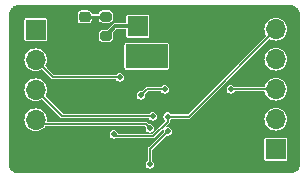
<source format=gbr>
%TF.GenerationSoftware,KiCad,Pcbnew,7.99.0-957-g18dd623122*%
%TF.CreationDate,2023-08-18T16:16:10-04:00*%
%TF.ProjectId,bmi088,626d6930-3838-42e6-9b69-6361645f7063,V1.0*%
%TF.SameCoordinates,Original*%
%TF.FileFunction,Copper,L2,Bot*%
%TF.FilePolarity,Positive*%
%FSLAX46Y46*%
G04 Gerber Fmt 4.6, Leading zero omitted, Abs format (unit mm)*
G04 Created by KiCad (PCBNEW 7.99.0-957-g18dd623122) date 2023-08-18 16:16:10*
%MOMM*%
%LPD*%
G01*
G04 APERTURE LIST*
G04 Aperture macros list*
%AMRoundRect*
0 Rectangle with rounded corners*
0 $1 Rounding radius*
0 $2 $3 $4 $5 $6 $7 $8 $9 X,Y pos of 4 corners*
0 Add a 4 corners polygon primitive as box body*
4,1,4,$2,$3,$4,$5,$6,$7,$8,$9,$2,$3,0*
0 Add four circle primitives for the rounded corners*
1,1,$1+$1,$2,$3*
1,1,$1+$1,$4,$5*
1,1,$1+$1,$6,$7*
1,1,$1+$1,$8,$9*
0 Add four rect primitives between the rounded corners*
20,1,$1+$1,$2,$3,$4,$5,0*
20,1,$1+$1,$4,$5,$6,$7,0*
20,1,$1+$1,$6,$7,$8,$9,0*
20,1,$1+$1,$8,$9,$2,$3,0*%
G04 Aperture macros list end*
%TA.AperFunction,ComponentPad*%
%ADD10R,1.700000X1.700000*%
%TD*%
%TA.AperFunction,ComponentPad*%
%ADD11O,1.700000X1.700000*%
%TD*%
%TA.AperFunction,SMDPad,CuDef*%
%ADD12RoundRect,0.218750X-0.256250X0.218750X-0.256250X-0.218750X0.256250X-0.218750X0.256250X0.218750X0*%
%TD*%
%TA.AperFunction,SMDPad,CuDef*%
%ADD13RoundRect,0.200000X-0.275000X0.200000X-0.275000X-0.200000X0.275000X-0.200000X0.275000X0.200000X0*%
%TD*%
%TA.AperFunction,SMDPad,CuDef*%
%ADD14RoundRect,0.225000X-0.225000X-0.250000X0.225000X-0.250000X0.225000X0.250000X-0.225000X0.250000X0*%
%TD*%
%TA.AperFunction,ViaPad*%
%ADD15C,0.500000*%
%TD*%
%TA.AperFunction,Conductor*%
%ADD16C,0.150000*%
%TD*%
%TA.AperFunction,Conductor*%
%ADD17C,0.300000*%
%TD*%
%TA.AperFunction,Conductor*%
%ADD18C,0.250000*%
%TD*%
G04 APERTURE END LIST*
D10*
%TO.P,J3,1,Pin_1*%
%TO.N,+3.3V*%
X145976500Y-98044000D03*
D11*
%TO.P,J3,2,Pin_2*%
%TO.N,GND*%
X148516500Y-98044000D03*
%TD*%
D10*
%TO.P,J1,1,Pin_1*%
%TO.N,/INT1*%
X137345500Y-98340000D03*
D11*
%TO.P,J1,2,Pin_2*%
%TO.N,/INT2*%
X137345500Y-100880000D03*
%TO.P,J1,3,Pin_3*%
%TO.N,/INT3*%
X137345500Y-103420000D03*
%TO.P,J1,4,Pin_4*%
%TO.N,/INT4*%
X137345500Y-105960000D03*
%TD*%
D10*
%TO.P,J2,1,Pin_1*%
%TO.N,/CSB1*%
X157665500Y-108458000D03*
D11*
%TO.P,J2,2,Pin_2*%
%TO.N,/CSB2*%
X157665500Y-105918000D03*
%TO.P,J2,3,Pin_3*%
%TO.N,/SCL{slash}SCK*%
X157665500Y-103378001D03*
%TO.P,J2,4,Pin_4*%
%TO.N,/SDA{slash}SDI*%
X157665500Y-100838000D03*
%TO.P,J2,5,Pin_5*%
%TO.N,/ADDR{slash}MISO*%
X157665500Y-98298000D03*
%TD*%
D12*
%TO.P,D1,1,K*%
%TO.N,GND*%
X141478000Y-98831501D03*
%TO.P,D1,2,A*%
%TO.N,Net-(D1-A)*%
X141478000Y-97256499D03*
%TD*%
D13*
%TO.P,R1,1*%
%TO.N,+3.3V*%
X143256000Y-98869000D03*
%TO.P,R1,2*%
%TO.N,Net-(D1-A)*%
X143256000Y-97219000D03*
%TD*%
D14*
%TO.P,C1,1*%
%TO.N,GND*%
X143936500Y-100584000D03*
%TO.P,C1,2*%
%TO.N,+3.3V*%
X145486500Y-100584000D03*
%TD*%
%TO.P,C2,1*%
%TO.N,+3.3V*%
X148000500Y-100584000D03*
%TO.P,C2,2*%
%TO.N,GND*%
X149550500Y-100584000D03*
%TD*%
D15*
%TO.N,GND*%
X142679500Y-100584000D03*
X138869500Y-109220000D03*
X144965500Y-109220000D03*
X153093500Y-97536000D03*
X150299500Y-104140000D03*
X139700000Y-99314000D03*
X150807500Y-100584000D03*
X153855500Y-109982000D03*
X150553500Y-102362000D03*
X154871500Y-107442000D03*
X155379500Y-98298000D03*
X152839500Y-105664000D03*
X141155500Y-104394000D03*
X155379500Y-105918000D03*
X153093500Y-100838000D03*
X142933500Y-104648000D03*
X143441500Y-103124000D03*
%TO.N,+3.3V*%
X146997500Y-109728000D03*
X146751500Y-100584000D03*
X146743500Y-101346000D03*
X146743500Y-99822000D03*
X148521500Y-106934000D03*
%TO.N,/INT2*%
X144457500Y-102362000D03*
%TO.N,/INT3*%
X147251500Y-105664000D03*
%TO.N,/INT4*%
X146997500Y-106680000D03*
%TO.N,/CSB1*%
X148267500Y-103378000D03*
X146235500Y-103886000D03*
%TO.N,/SCL{slash}SCK*%
X153855500Y-103378000D03*
%TO.N,/ADDR{slash}MISO*%
X143949500Y-107188000D03*
X148519120Y-105688749D03*
%TD*%
D16*
%TO.N,GND*%
X149550500Y-100584000D02*
X150807500Y-100584000D01*
X143936500Y-100584000D02*
X142679500Y-100584000D01*
%TO.N,+3.3V*%
X146997500Y-108458000D02*
X148521500Y-106934000D01*
D17*
X144081000Y-98044000D02*
X143256000Y-98869000D01*
D16*
X148000500Y-100584000D02*
X146751500Y-100584000D01*
X145486500Y-100584000D02*
X146751500Y-100584000D01*
X146997500Y-109728000D02*
X146997500Y-108458000D01*
D17*
X145976500Y-98044000D02*
X144081000Y-98044000D01*
D16*
%TO.N,/INT2*%
X138827500Y-102362000D02*
X137345500Y-100880000D01*
X144457500Y-102362000D02*
X138827500Y-102362000D01*
%TO.N,/INT3*%
X147251500Y-105664000D02*
X139589500Y-105664000D01*
X139589500Y-105664000D02*
X137345500Y-103420000D01*
%TO.N,/INT4*%
X146656000Y-106338500D02*
X137724000Y-106338500D01*
X146997500Y-106680000D02*
X146656000Y-106338500D01*
X137724000Y-106338500D02*
X137345500Y-105960000D01*
%TO.N,/CSB1*%
X146743500Y-103378000D02*
X146235500Y-103886000D01*
X148267500Y-103378000D02*
X146743500Y-103378000D01*
%TO.N,/SCL{slash}SCK*%
X157665500Y-103378001D02*
X153855500Y-103378000D01*
%TO.N,/ADDR{slash}MISO*%
X148519120Y-105688749D02*
X150274751Y-105688749D01*
X148519120Y-105688749D02*
X148519120Y-106112268D01*
X144116000Y-107354500D02*
X143949500Y-107188000D01*
X150274751Y-105688749D02*
X157665500Y-98298000D01*
X148519120Y-106112268D02*
X147276888Y-107354500D01*
X147276888Y-107354500D02*
X144116000Y-107354500D01*
D18*
%TO.N,Net-(D1-A)*%
X141515499Y-97219000D02*
X141478000Y-97256499D01*
X143256000Y-97219000D02*
X141515499Y-97219000D01*
%TD*%
%TA.AperFunction,Conductor*%
%TO.N,GND*%
G36*
X158914705Y-96266500D02*
G01*
X158934296Y-96266500D01*
X158936698Y-96266618D01*
X158970810Y-96269977D01*
X159088046Y-96283187D01*
X159096766Y-96284986D01*
X159156055Y-96302971D01*
X159157021Y-96303286D01*
X159241098Y-96332707D01*
X159247991Y-96335732D01*
X159307593Y-96367590D01*
X159309030Y-96368424D01*
X159361343Y-96401295D01*
X159381762Y-96414125D01*
X159384271Y-96415932D01*
X159439191Y-96461002D01*
X159440963Y-96462608D01*
X159500889Y-96522534D01*
X159502496Y-96524307D01*
X159547566Y-96579227D01*
X159549373Y-96581736D01*
X159595063Y-96654450D01*
X159595919Y-96655924D01*
X159627759Y-96715492D01*
X159630794Y-96722406D01*
X159660209Y-96806470D01*
X159660529Y-96807450D01*
X159678510Y-96866723D01*
X159680312Y-96875461D01*
X159693526Y-96992742D01*
X159696882Y-97026801D01*
X159697000Y-97029205D01*
X159697000Y-109726794D01*
X159696882Y-109729198D01*
X159693526Y-109763256D01*
X159680312Y-109880537D01*
X159678510Y-109889275D01*
X159660529Y-109948548D01*
X159660209Y-109949528D01*
X159630794Y-110033592D01*
X159627759Y-110040506D01*
X159595926Y-110100062D01*
X159595063Y-110101548D01*
X159549373Y-110174262D01*
X159547566Y-110176771D01*
X159502496Y-110231691D01*
X159500880Y-110233474D01*
X159440974Y-110293380D01*
X159439191Y-110294996D01*
X159384271Y-110340066D01*
X159381762Y-110341873D01*
X159309048Y-110387563D01*
X159307562Y-110388426D01*
X159248006Y-110420259D01*
X159241092Y-110423294D01*
X159157028Y-110452709D01*
X159156048Y-110453029D01*
X159096775Y-110471010D01*
X159088037Y-110472812D01*
X158970756Y-110486026D01*
X158938557Y-110489198D01*
X158936697Y-110489382D01*
X158934295Y-110489500D01*
X135822705Y-110489500D01*
X135820302Y-110489382D01*
X135818194Y-110489174D01*
X135786242Y-110486026D01*
X135668961Y-110472812D01*
X135660223Y-110471010D01*
X135600950Y-110453029D01*
X135599970Y-110452709D01*
X135515906Y-110423294D01*
X135508996Y-110420260D01*
X135449424Y-110388419D01*
X135447950Y-110387563D01*
X135375236Y-110341873D01*
X135372727Y-110340066D01*
X135317807Y-110294996D01*
X135316034Y-110293389D01*
X135256108Y-110233463D01*
X135254502Y-110231691D01*
X135209432Y-110176771D01*
X135207625Y-110174262D01*
X135194795Y-110153843D01*
X135161924Y-110101530D01*
X135161090Y-110100093D01*
X135129232Y-110040491D01*
X135126207Y-110033598D01*
X135096786Y-109949521D01*
X135096469Y-109948548D01*
X135094644Y-109942531D01*
X135078486Y-109889266D01*
X135076687Y-109880546D01*
X135063472Y-109763256D01*
X135060118Y-109729198D01*
X135060000Y-109726796D01*
X135060000Y-107188000D01*
X143584506Y-107188000D01*
X143602370Y-107300789D01*
X143602370Y-107300790D01*
X143602371Y-107300792D01*
X143602371Y-107300794D01*
X143654209Y-107402531D01*
X143654214Y-107402538D01*
X143734961Y-107483285D01*
X143734968Y-107483290D01*
X143836706Y-107535128D01*
X143836707Y-107535128D01*
X143836711Y-107535130D01*
X143949500Y-107552994D01*
X144055767Y-107536162D01*
X144068915Y-107535868D01*
X144083524Y-107537513D01*
X144086228Y-107537974D01*
X144095101Y-107540000D01*
X144095102Y-107540000D01*
X144104207Y-107540000D01*
X144106949Y-107540153D01*
X144137304Y-107543574D01*
X144139659Y-107542749D01*
X144155843Y-107540000D01*
X147237047Y-107540000D01*
X147253228Y-107542749D01*
X147254009Y-107543022D01*
X147255584Y-107543573D01*
X147285929Y-107540153D01*
X147288672Y-107540000D01*
X147297783Y-107540000D01*
X147297786Y-107540000D01*
X147306677Y-107537969D01*
X147309374Y-107537511D01*
X147339730Y-107534092D01*
X147341840Y-107532765D01*
X147357006Y-107526482D01*
X147359443Y-107525927D01*
X147383346Y-107506863D01*
X147385560Y-107505294D01*
X147393279Y-107500445D01*
X147399730Y-107493992D01*
X147401761Y-107492177D01*
X147425647Y-107473131D01*
X147426729Y-107470883D01*
X147436226Y-107457496D01*
X148086904Y-106806818D01*
X148121551Y-106792467D01*
X148156199Y-106806819D01*
X148170551Y-106841467D01*
X148169948Y-106849132D01*
X148156506Y-106934000D01*
X148166636Y-106997961D01*
X148157881Y-107034428D01*
X148152887Y-107040274D01*
X146894503Y-108298659D01*
X146881121Y-108308156D01*
X146878869Y-108309240D01*
X146878867Y-108309242D01*
X146859827Y-108333116D01*
X146857999Y-108335162D01*
X146851556Y-108341607D01*
X146851554Y-108341609D01*
X146846705Y-108349325D01*
X146845117Y-108351564D01*
X146826071Y-108375447D01*
X146826071Y-108375448D01*
X146825514Y-108377888D01*
X146819238Y-108393038D01*
X146817909Y-108395152D01*
X146817907Y-108395157D01*
X146814487Y-108425508D01*
X146814027Y-108428215D01*
X146812000Y-108437102D01*
X146812000Y-108446214D01*
X146811846Y-108448959D01*
X146808427Y-108479304D01*
X146809249Y-108481653D01*
X146812000Y-108497840D01*
X146812000Y-109387891D01*
X146797648Y-109422539D01*
X146785250Y-109431547D01*
X146784352Y-109432005D01*
X146782963Y-109432713D01*
X146782958Y-109432717D01*
X146702214Y-109513461D01*
X146702209Y-109513468D01*
X146650371Y-109615205D01*
X146650371Y-109615207D01*
X146650370Y-109615209D01*
X146650370Y-109615211D01*
X146632506Y-109728000D01*
X146650370Y-109840789D01*
X146650370Y-109840790D01*
X146650371Y-109840792D01*
X146650371Y-109840794D01*
X146702209Y-109942531D01*
X146702214Y-109942538D01*
X146782961Y-110023285D01*
X146782968Y-110023290D01*
X146884706Y-110075128D01*
X146884707Y-110075128D01*
X146884711Y-110075130D01*
X146997500Y-110092994D01*
X147110289Y-110075130D01*
X147110293Y-110075128D01*
X147110294Y-110075128D01*
X147212031Y-110023290D01*
X147212033Y-110023288D01*
X147212038Y-110023286D01*
X147292786Y-109942538D01*
X147292790Y-109942531D01*
X147344628Y-109840794D01*
X147344628Y-109840792D01*
X147344630Y-109840789D01*
X147362494Y-109728000D01*
X147344630Y-109615211D01*
X147344628Y-109615207D01*
X147344628Y-109615205D01*
X147292790Y-109513468D01*
X147292785Y-109513461D01*
X147212041Y-109432717D01*
X147212038Y-109432714D01*
X147209750Y-109431548D01*
X147185397Y-109403030D01*
X147183000Y-109387891D01*
X147183000Y-109318884D01*
X156705000Y-109318884D01*
X156711411Y-109351114D01*
X156711411Y-109351115D01*
X156735833Y-109387666D01*
X156758827Y-109403030D01*
X156772385Y-109412089D01*
X156804616Y-109418500D01*
X156804619Y-109418500D01*
X158526381Y-109418500D01*
X158526384Y-109418500D01*
X158558615Y-109412089D01*
X158595166Y-109387666D01*
X158619589Y-109351115D01*
X158626000Y-109318884D01*
X158626000Y-107597116D01*
X158619589Y-107564885D01*
X158602961Y-107540000D01*
X158595166Y-107528333D01*
X158558615Y-107503911D01*
X158526384Y-107497500D01*
X156804616Y-107497500D01*
X156780442Y-107502308D01*
X156772384Y-107503911D01*
X156735833Y-107528333D01*
X156711411Y-107564884D01*
X156711410Y-107564885D01*
X156711411Y-107564885D01*
X156705000Y-107597116D01*
X156705000Y-109318884D01*
X147183000Y-109318884D01*
X147183000Y-108555132D01*
X147197352Y-108520484D01*
X147419177Y-108298659D01*
X148415225Y-107302610D01*
X148449872Y-107288259D01*
X148457527Y-107288861D01*
X148521500Y-107298994D01*
X148634289Y-107281130D01*
X148634293Y-107281128D01*
X148634294Y-107281128D01*
X148736031Y-107229290D01*
X148736033Y-107229288D01*
X148736038Y-107229286D01*
X148816786Y-107148538D01*
X148827421Y-107127666D01*
X148868628Y-107046794D01*
X148868628Y-107046792D01*
X148868630Y-107046789D01*
X148886494Y-106934000D01*
X148868630Y-106821211D01*
X148868628Y-106821207D01*
X148868628Y-106821205D01*
X148816790Y-106719468D01*
X148816785Y-106719461D01*
X148736038Y-106638714D01*
X148736031Y-106638709D01*
X148634293Y-106586871D01*
X148634290Y-106586870D01*
X148634289Y-106586870D01*
X148521500Y-106569006D01*
X148521499Y-106569006D01*
X148491907Y-106573693D01*
X148436631Y-106582447D01*
X148400165Y-106573693D01*
X148380570Y-106541716D01*
X148389325Y-106505249D01*
X148394313Y-106499409D01*
X148622116Y-106271606D01*
X148635503Y-106262109D01*
X148637751Y-106261027D01*
X148656797Y-106237141D01*
X148658612Y-106235110D01*
X148665065Y-106228659D01*
X148669914Y-106220940D01*
X148671483Y-106218726D01*
X148690547Y-106194823D01*
X148691102Y-106192386D01*
X148697385Y-106177220D01*
X148698712Y-106175110D01*
X148702131Y-106144754D01*
X148702591Y-106142051D01*
X148703368Y-106138648D01*
X148704620Y-106133166D01*
X148704620Y-106124052D01*
X148704774Y-106121307D01*
X148708193Y-106090965D01*
X148707369Y-106088609D01*
X148704620Y-106072428D01*
X148704620Y-106028857D01*
X148718972Y-105994209D01*
X148731376Y-105985197D01*
X148733658Y-105984035D01*
X148799693Y-105918000D01*
X156700353Y-105918000D01*
X156718898Y-106106291D01*
X156718898Y-106106292D01*
X156737336Y-106167073D01*
X156773820Y-106287346D01*
X156863010Y-106454207D01*
X156983038Y-106600462D01*
X157129293Y-106720490D01*
X157296154Y-106809680D01*
X157477209Y-106864602D01*
X157665500Y-106883147D01*
X157853791Y-106864602D01*
X158034846Y-106809680D01*
X158201707Y-106720490D01*
X158347962Y-106600462D01*
X158467990Y-106454207D01*
X158557180Y-106287346D01*
X158612102Y-106106291D01*
X158630647Y-105918000D01*
X158612102Y-105729709D01*
X158557180Y-105548654D01*
X158467990Y-105381793D01*
X158347962Y-105235538D01*
X158201707Y-105115510D01*
X158034846Y-105026320D01*
X157853791Y-104971398D01*
X157665500Y-104952853D01*
X157477208Y-104971398D01*
X157477207Y-104971398D01*
X157296151Y-105026321D01*
X157129293Y-105115510D01*
X156983038Y-105235538D01*
X156863010Y-105381793D01*
X156773821Y-105548651D01*
X156718898Y-105729707D01*
X156718898Y-105729708D01*
X156700353Y-105917999D01*
X156700353Y-105918000D01*
X148799693Y-105918000D01*
X148814406Y-105903287D01*
X148815571Y-105900999D01*
X148844090Y-105876646D01*
X148859229Y-105874249D01*
X150234910Y-105874249D01*
X150251091Y-105876998D01*
X150251872Y-105877271D01*
X150253447Y-105877822D01*
X150283792Y-105874402D01*
X150286535Y-105874249D01*
X150295646Y-105874249D01*
X150295649Y-105874249D01*
X150304540Y-105872218D01*
X150307237Y-105871760D01*
X150337593Y-105868341D01*
X150339703Y-105867014D01*
X150354869Y-105860731D01*
X150357306Y-105860176D01*
X150381209Y-105841112D01*
X150383423Y-105839543D01*
X150391142Y-105834694D01*
X150397593Y-105828241D01*
X150399624Y-105826426D01*
X150423510Y-105807380D01*
X150424592Y-105805132D01*
X150434089Y-105791745D01*
X152847834Y-103378000D01*
X153490506Y-103378000D01*
X153508370Y-103490789D01*
X153508370Y-103490790D01*
X153508371Y-103490792D01*
X153508371Y-103490794D01*
X153560209Y-103592531D01*
X153560214Y-103592538D01*
X153640961Y-103673285D01*
X153640968Y-103673290D01*
X153742706Y-103725128D01*
X153742707Y-103725128D01*
X153742711Y-103725130D01*
X153855500Y-103742994D01*
X153968289Y-103725130D01*
X153968293Y-103725128D01*
X153968294Y-103725128D01*
X154070031Y-103673290D01*
X154070033Y-103673288D01*
X154070038Y-103673286D01*
X154150786Y-103592538D01*
X154151949Y-103590254D01*
X154180467Y-103565898D01*
X154195609Y-103563500D01*
X156681710Y-103563500D01*
X156716358Y-103577852D01*
X156728600Y-103598276D01*
X156773820Y-103747347D01*
X156863010Y-103914208D01*
X156983038Y-104060463D01*
X157129293Y-104180491D01*
X157296154Y-104269681D01*
X157477209Y-104324603D01*
X157665500Y-104343148D01*
X157853791Y-104324603D01*
X158034846Y-104269681D01*
X158201707Y-104180491D01*
X158347962Y-104060463D01*
X158467990Y-103914208D01*
X158557180Y-103747347D01*
X158612102Y-103566292D01*
X158630647Y-103378001D01*
X158612102Y-103189710D01*
X158557180Y-103008655D01*
X158467990Y-102841794D01*
X158347962Y-102695539D01*
X158201707Y-102575511D01*
X158034846Y-102486321D01*
X157853791Y-102431399D01*
X157665500Y-102412854D01*
X157477208Y-102431399D01*
X157477207Y-102431399D01*
X157296151Y-102486322D01*
X157129293Y-102575511D01*
X156983038Y-102695539D01*
X156863010Y-102841794D01*
X156773821Y-103008652D01*
X156728601Y-103157724D01*
X156704809Y-103186714D01*
X156681711Y-103192500D01*
X154195609Y-103192500D01*
X154160961Y-103178148D01*
X154151950Y-103165746D01*
X154150789Y-103163468D01*
X154150786Y-103163462D01*
X154070038Y-103082714D01*
X154070031Y-103082709D01*
X153968293Y-103030871D01*
X153968290Y-103030870D01*
X153968289Y-103030870D01*
X153855500Y-103013006D01*
X153742711Y-103030870D01*
X153742709Y-103030870D01*
X153742707Y-103030871D01*
X153742705Y-103030871D01*
X153640968Y-103082709D01*
X153640961Y-103082714D01*
X153560214Y-103163461D01*
X153560209Y-103163468D01*
X153508371Y-103265205D01*
X153508371Y-103265207D01*
X153508370Y-103265209D01*
X153508370Y-103265211D01*
X153490506Y-103378000D01*
X152847834Y-103378000D01*
X155387835Y-100838000D01*
X156700353Y-100838000D01*
X156718898Y-101026291D01*
X156773820Y-101207346D01*
X156863010Y-101374207D01*
X156983038Y-101520462D01*
X157129293Y-101640490D01*
X157296154Y-101729680D01*
X157477209Y-101784602D01*
X157646953Y-101801320D01*
X157665499Y-101803147D01*
X157665499Y-101803146D01*
X157665500Y-101803147D01*
X157853791Y-101784602D01*
X158034846Y-101729680D01*
X158201707Y-101640490D01*
X158347962Y-101520462D01*
X158467990Y-101374207D01*
X158557180Y-101207346D01*
X158612102Y-101026291D01*
X158630647Y-100838000D01*
X158612102Y-100649709D01*
X158557180Y-100468654D01*
X158467990Y-100301793D01*
X158347962Y-100155538D01*
X158201707Y-100035510D01*
X158034846Y-99946320D01*
X157853791Y-99891398D01*
X157665500Y-99872853D01*
X157477208Y-99891398D01*
X157477207Y-99891398D01*
X157296151Y-99946321D01*
X157129293Y-100035510D01*
X156983038Y-100155538D01*
X156863010Y-100301793D01*
X156773821Y-100468651D01*
X156718898Y-100649707D01*
X156718898Y-100649708D01*
X156714762Y-100691707D01*
X156700353Y-100838000D01*
X155387835Y-100838000D01*
X157101024Y-99124811D01*
X157135671Y-99110460D01*
X157158770Y-99116246D01*
X157296154Y-99189680D01*
X157477209Y-99244602D01*
X157665500Y-99263147D01*
X157853791Y-99244602D01*
X158034846Y-99189680D01*
X158201707Y-99100490D01*
X158347962Y-98980462D01*
X158467990Y-98834207D01*
X158557180Y-98667346D01*
X158612102Y-98486291D01*
X158630647Y-98298000D01*
X158612102Y-98109709D01*
X158557180Y-97928654D01*
X158467990Y-97761793D01*
X158347962Y-97615538D01*
X158201707Y-97495510D01*
X158034846Y-97406320D01*
X157853791Y-97351398D01*
X157665500Y-97332853D01*
X157477208Y-97351398D01*
X157477207Y-97351398D01*
X157296151Y-97406321D01*
X157129293Y-97495510D01*
X156983038Y-97615538D01*
X156863010Y-97761793D01*
X156773821Y-97928651D01*
X156718898Y-98109707D01*
X156718898Y-98109708D01*
X156700353Y-98297999D01*
X156700353Y-98298000D01*
X156718898Y-98486291D01*
X156718898Y-98486292D01*
X156742813Y-98565129D01*
X156773820Y-98667346D01*
X156847253Y-98804728D01*
X156850929Y-98842050D01*
X156838687Y-98862474D01*
X150212267Y-105488897D01*
X150177619Y-105503249D01*
X148859229Y-105503249D01*
X148824581Y-105488897D01*
X148815571Y-105476498D01*
X148814409Y-105474217D01*
X148814406Y-105474211D01*
X148733658Y-105393463D01*
X148733651Y-105393458D01*
X148631913Y-105341620D01*
X148631910Y-105341619D01*
X148631909Y-105341619D01*
X148519120Y-105323755D01*
X148406331Y-105341619D01*
X148406329Y-105341619D01*
X148406327Y-105341620D01*
X148406325Y-105341620D01*
X148304588Y-105393458D01*
X148304581Y-105393463D01*
X148223834Y-105474210D01*
X148223829Y-105474217D01*
X148171991Y-105575954D01*
X148171991Y-105575956D01*
X148171990Y-105575958D01*
X148171990Y-105575960D01*
X148154126Y-105688749D01*
X148171990Y-105801538D01*
X148171990Y-105801539D01*
X148171991Y-105801541D01*
X148171991Y-105801543D01*
X148223829Y-105903280D01*
X148223833Y-105903285D01*
X148223834Y-105903287D01*
X148304582Y-105984035D01*
X148304585Y-105984036D01*
X148304748Y-105984155D01*
X148304820Y-105984273D01*
X148307309Y-105986762D01*
X148306712Y-105987358D01*
X148324349Y-106016128D01*
X148315599Y-106052596D01*
X148310601Y-106058449D01*
X147214404Y-107154648D01*
X147179756Y-107169000D01*
X144353335Y-107169000D01*
X144318687Y-107154648D01*
X144304938Y-107127666D01*
X144296630Y-107075211D01*
X144296628Y-107075207D01*
X144296628Y-107075205D01*
X144244790Y-106973468D01*
X144244785Y-106973461D01*
X144164038Y-106892714D01*
X144164031Y-106892709D01*
X144062293Y-106840871D01*
X144062290Y-106840870D01*
X144062289Y-106840870D01*
X143949500Y-106823006D01*
X143836711Y-106840870D01*
X143836709Y-106840870D01*
X143836707Y-106840871D01*
X143836705Y-106840871D01*
X143734968Y-106892709D01*
X143734961Y-106892714D01*
X143654214Y-106973461D01*
X143654209Y-106973468D01*
X143602371Y-107075205D01*
X143602371Y-107075207D01*
X143602370Y-107075209D01*
X143602370Y-107075211D01*
X143584506Y-107188000D01*
X135060000Y-107188000D01*
X135060000Y-105960000D01*
X136380353Y-105960000D01*
X136398898Y-106148291D01*
X136398898Y-106148292D01*
X136414574Y-106199968D01*
X136453820Y-106329346D01*
X136543010Y-106496207D01*
X136663038Y-106642462D01*
X136809293Y-106762490D01*
X136976154Y-106851680D01*
X137157209Y-106906602D01*
X137345500Y-106925147D01*
X137533791Y-106906602D01*
X137714846Y-106851680D01*
X137881707Y-106762490D01*
X138027962Y-106642462D01*
X138110479Y-106541914D01*
X138143553Y-106524236D01*
X138148356Y-106524000D01*
X146558868Y-106524000D01*
X146593516Y-106538352D01*
X146628887Y-106573723D01*
X146643239Y-106608371D01*
X146642636Y-106616035D01*
X146638451Y-106642461D01*
X146632506Y-106680000D01*
X146650370Y-106792789D01*
X146650370Y-106792790D01*
X146650371Y-106792792D01*
X146650371Y-106792794D01*
X146702209Y-106894531D01*
X146702214Y-106894538D01*
X146782961Y-106975285D01*
X146782968Y-106975290D01*
X146884706Y-107027128D01*
X146884707Y-107027128D01*
X146884711Y-107027130D01*
X146997500Y-107044994D01*
X147110289Y-107027130D01*
X147110293Y-107027128D01*
X147110294Y-107027128D01*
X147212031Y-106975290D01*
X147212033Y-106975288D01*
X147212038Y-106975286D01*
X147292786Y-106894538D01*
X147292790Y-106894531D01*
X147344628Y-106792794D01*
X147344628Y-106792792D01*
X147344630Y-106792789D01*
X147362494Y-106680000D01*
X147344630Y-106567211D01*
X147344628Y-106567207D01*
X147344628Y-106567205D01*
X147292790Y-106465468D01*
X147292785Y-106465461D01*
X147212038Y-106384714D01*
X147212031Y-106384709D01*
X147110293Y-106332871D01*
X147110290Y-106332870D01*
X147110289Y-106332870D01*
X146997500Y-106315006D01*
X146997499Y-106315006D01*
X146933535Y-106325136D01*
X146897069Y-106316380D01*
X146891223Y-106311387D01*
X146815341Y-106235505D01*
X146805840Y-106222115D01*
X146804759Y-106219869D01*
X146804650Y-106219782D01*
X146780877Y-106200823D01*
X146778828Y-106198991D01*
X146772394Y-106192557D01*
X146764681Y-106187710D01*
X146762440Y-106186120D01*
X146738556Y-106167073D01*
X146738552Y-106167072D01*
X146736113Y-106166515D01*
X146720956Y-106160236D01*
X146720087Y-106159690D01*
X146718842Y-106158908D01*
X146718840Y-106158907D01*
X146718839Y-106158907D01*
X146688493Y-106155487D01*
X146685786Y-106155027D01*
X146676899Y-106153000D01*
X146676898Y-106153000D01*
X146667784Y-106153000D01*
X146665041Y-106152846D01*
X146634696Y-106149427D01*
X146634695Y-106149427D01*
X146634694Y-106149427D01*
X146632340Y-106150251D01*
X146616159Y-106153000D01*
X138345701Y-106153000D01*
X138311053Y-106138648D01*
X138296701Y-106104000D01*
X138296937Y-106099197D01*
X138300951Y-106058449D01*
X138310647Y-105960000D01*
X138292102Y-105771709D01*
X138237180Y-105590654D01*
X138147990Y-105423793D01*
X138027962Y-105277538D01*
X137881707Y-105157510D01*
X137714846Y-105068320D01*
X137533791Y-105013398D01*
X137345500Y-104994853D01*
X137157208Y-105013398D01*
X137157207Y-105013398D01*
X136976151Y-105068321D01*
X136809293Y-105157510D01*
X136663038Y-105277538D01*
X136543010Y-105423793D01*
X136453821Y-105590651D01*
X136398898Y-105771707D01*
X136398898Y-105771708D01*
X136380353Y-105959999D01*
X136380353Y-105960000D01*
X135060000Y-105960000D01*
X135060000Y-103420000D01*
X136380353Y-103420000D01*
X136398898Y-103608291D01*
X136453820Y-103789346D01*
X136543010Y-103956207D01*
X136663038Y-104102462D01*
X136809293Y-104222490D01*
X136976154Y-104311680D01*
X137157209Y-104366602D01*
X137326953Y-104383320D01*
X137345499Y-104385147D01*
X137345499Y-104385146D01*
X137345500Y-104385147D01*
X137533791Y-104366602D01*
X137714846Y-104311680D01*
X137852230Y-104238245D01*
X137889552Y-104234570D01*
X137909976Y-104246812D01*
X139430158Y-105766994D01*
X139439657Y-105780381D01*
X139440740Y-105782629D01*
X139440740Y-105782630D01*
X139464622Y-105801675D01*
X139466672Y-105803508D01*
X139473109Y-105809945D01*
X139473111Y-105809946D01*
X139480817Y-105814788D01*
X139483060Y-105816379D01*
X139506945Y-105835427D01*
X139506946Y-105835427D01*
X139506948Y-105835428D01*
X139509380Y-105835983D01*
X139524547Y-105842265D01*
X139526658Y-105843592D01*
X139557012Y-105847011D01*
X139559706Y-105847469D01*
X139564761Y-105848623D01*
X139568600Y-105849500D01*
X139568602Y-105849500D01*
X139577716Y-105849500D01*
X139580458Y-105849653D01*
X139610804Y-105853073D01*
X139613155Y-105852250D01*
X139629341Y-105849500D01*
X146911391Y-105849500D01*
X146946039Y-105863852D01*
X146955047Y-105876249D01*
X146956214Y-105878538D01*
X146956217Y-105878541D01*
X147036961Y-105959285D01*
X147036968Y-105959290D01*
X147138706Y-106011128D01*
X147138707Y-106011128D01*
X147138711Y-106011130D01*
X147251500Y-106028994D01*
X147364289Y-106011130D01*
X147364293Y-106011128D01*
X147364294Y-106011128D01*
X147466031Y-105959290D01*
X147466033Y-105959288D01*
X147466038Y-105959286D01*
X147546786Y-105878538D01*
X147547151Y-105877822D01*
X147598628Y-105776794D01*
X147598628Y-105776792D01*
X147598630Y-105776789D01*
X147616494Y-105664000D01*
X147598630Y-105551211D01*
X147598628Y-105551207D01*
X147598628Y-105551205D01*
X147546790Y-105449468D01*
X147546786Y-105449463D01*
X147546786Y-105449462D01*
X147466038Y-105368714D01*
X147466031Y-105368709D01*
X147364293Y-105316871D01*
X147364290Y-105316870D01*
X147364289Y-105316870D01*
X147251500Y-105299006D01*
X147138711Y-105316870D01*
X147138709Y-105316870D01*
X147138707Y-105316871D01*
X147138705Y-105316871D01*
X147036968Y-105368709D01*
X147036961Y-105368714D01*
X146956217Y-105449458D01*
X146956213Y-105449463D01*
X146955049Y-105451749D01*
X146926530Y-105476103D01*
X146911391Y-105478500D01*
X139686632Y-105478500D01*
X139651984Y-105464148D01*
X138172312Y-103984476D01*
X138157960Y-103949828D01*
X138163746Y-103926729D01*
X138170439Y-103914208D01*
X138185517Y-103886000D01*
X145870506Y-103886000D01*
X145888370Y-103998789D01*
X145888370Y-103998790D01*
X145888371Y-103998792D01*
X145888371Y-103998794D01*
X145940209Y-104100531D01*
X145940214Y-104100538D01*
X146020961Y-104181285D01*
X146020968Y-104181290D01*
X146122706Y-104233128D01*
X146122707Y-104233128D01*
X146122711Y-104233130D01*
X146235500Y-104250994D01*
X146348289Y-104233130D01*
X146348293Y-104233128D01*
X146348294Y-104233128D01*
X146450031Y-104181290D01*
X146450033Y-104181288D01*
X146450038Y-104181286D01*
X146530786Y-104100538D01*
X146530790Y-104100531D01*
X146582628Y-103998794D01*
X146582628Y-103998792D01*
X146582630Y-103998789D01*
X146600494Y-103886000D01*
X146590362Y-103822035D01*
X146599117Y-103785570D01*
X146604104Y-103779730D01*
X146805984Y-103577852D01*
X146840633Y-103563500D01*
X147927391Y-103563500D01*
X147962039Y-103577852D01*
X147971047Y-103590249D01*
X147972214Y-103592538D01*
X147972215Y-103592539D01*
X147972217Y-103592541D01*
X148052961Y-103673285D01*
X148052968Y-103673290D01*
X148154706Y-103725128D01*
X148154707Y-103725128D01*
X148154711Y-103725130D01*
X148267500Y-103742994D01*
X148380289Y-103725130D01*
X148380293Y-103725128D01*
X148380294Y-103725128D01*
X148482031Y-103673290D01*
X148482033Y-103673288D01*
X148482038Y-103673286D01*
X148562786Y-103592538D01*
X148562790Y-103592531D01*
X148614628Y-103490794D01*
X148614628Y-103490792D01*
X148614630Y-103490789D01*
X148632494Y-103378000D01*
X148614630Y-103265211D01*
X148614628Y-103265207D01*
X148614628Y-103265205D01*
X148562790Y-103163468D01*
X148562786Y-103163463D01*
X148562786Y-103163462D01*
X148482038Y-103082714D01*
X148482031Y-103082709D01*
X148380293Y-103030871D01*
X148380290Y-103030870D01*
X148380289Y-103030870D01*
X148267500Y-103013006D01*
X148154711Y-103030870D01*
X148154709Y-103030870D01*
X148154707Y-103030871D01*
X148154705Y-103030871D01*
X148052968Y-103082709D01*
X148052961Y-103082714D01*
X147972217Y-103163458D01*
X147972213Y-103163463D01*
X147971505Y-103164852D01*
X147971051Y-103165746D01*
X147971049Y-103165749D01*
X147942530Y-103190103D01*
X147927391Y-103192500D01*
X146783340Y-103192500D01*
X146767155Y-103189750D01*
X146764803Y-103188927D01*
X146734457Y-103192346D01*
X146731715Y-103192500D01*
X146722602Y-103192500D01*
X146713715Y-103194527D01*
X146711008Y-103194987D01*
X146680659Y-103198407D01*
X146680655Y-103198408D01*
X146678533Y-103199742D01*
X146663386Y-103206015D01*
X146660945Y-103206572D01*
X146637062Y-103225617D01*
X146634823Y-103227206D01*
X146627111Y-103232052D01*
X146627108Y-103232054D01*
X146620666Y-103238496D01*
X146618618Y-103240326D01*
X146594742Y-103259367D01*
X146594740Y-103259369D01*
X146593654Y-103261625D01*
X146584159Y-103275002D01*
X146341775Y-103517387D01*
X146307127Y-103531739D01*
X146299462Y-103531136D01*
X146235500Y-103521006D01*
X146122711Y-103538870D01*
X146122709Y-103538870D01*
X146122707Y-103538871D01*
X146122705Y-103538871D01*
X146020968Y-103590709D01*
X146020961Y-103590714D01*
X145940214Y-103671461D01*
X145940209Y-103671468D01*
X145888371Y-103773205D01*
X145888371Y-103773207D01*
X145888370Y-103773209D01*
X145888370Y-103773211D01*
X145870506Y-103886000D01*
X138185517Y-103886000D01*
X138237180Y-103789346D01*
X138292102Y-103608291D01*
X138310647Y-103420000D01*
X138292102Y-103231709D01*
X138237180Y-103050654D01*
X138147990Y-102883793D01*
X138027962Y-102737538D01*
X137881707Y-102617510D01*
X137714846Y-102528320D01*
X137533791Y-102473398D01*
X137345500Y-102454853D01*
X137157208Y-102473398D01*
X137157207Y-102473398D01*
X136976151Y-102528321D01*
X136809293Y-102617510D01*
X136663038Y-102737538D01*
X136543010Y-102883793D01*
X136453821Y-103050651D01*
X136398898Y-103231707D01*
X136398898Y-103231708D01*
X136384490Y-103378001D01*
X136380353Y-103420000D01*
X135060000Y-103420000D01*
X135060000Y-100880000D01*
X136380353Y-100880000D01*
X136398898Y-101068291D01*
X136453820Y-101249346D01*
X136543010Y-101416207D01*
X136663038Y-101562462D01*
X136809293Y-101682490D01*
X136976154Y-101771680D01*
X137157209Y-101826602D01*
X137326954Y-101843320D01*
X137345499Y-101845147D01*
X137345499Y-101845146D01*
X137345500Y-101845147D01*
X137533791Y-101826602D01*
X137714846Y-101771680D01*
X137852230Y-101698245D01*
X137889550Y-101694570D01*
X137909975Y-101706812D01*
X138668159Y-102464996D01*
X138677657Y-102478381D01*
X138678740Y-102480630D01*
X138702616Y-102499671D01*
X138704658Y-102501495D01*
X138711108Y-102507945D01*
X138718832Y-102512798D01*
X138721057Y-102514377D01*
X138744945Y-102533427D01*
X138747379Y-102533982D01*
X138762543Y-102540263D01*
X138764658Y-102541592D01*
X138795012Y-102545011D01*
X138797706Y-102545469D01*
X138802761Y-102546623D01*
X138806600Y-102547500D01*
X138806602Y-102547500D01*
X138815715Y-102547500D01*
X138818457Y-102547653D01*
X138848803Y-102551073D01*
X138851154Y-102550250D01*
X138867340Y-102547500D01*
X144117391Y-102547500D01*
X144152039Y-102561852D01*
X144161047Y-102574249D01*
X144162214Y-102576538D01*
X144162217Y-102576541D01*
X144242961Y-102657285D01*
X144242968Y-102657290D01*
X144344706Y-102709128D01*
X144344707Y-102709128D01*
X144344711Y-102709130D01*
X144457500Y-102726994D01*
X144570289Y-102709130D01*
X144570293Y-102709128D01*
X144570294Y-102709128D01*
X144672031Y-102657290D01*
X144672033Y-102657288D01*
X144672038Y-102657286D01*
X144752786Y-102576538D01*
X144752790Y-102576531D01*
X144804628Y-102474794D01*
X144804628Y-102474792D01*
X144804630Y-102474789D01*
X144822494Y-102362000D01*
X144804630Y-102249211D01*
X144804628Y-102249207D01*
X144804628Y-102249205D01*
X144752790Y-102147468D01*
X144752786Y-102147463D01*
X144752786Y-102147462D01*
X144672038Y-102066714D01*
X144672031Y-102066709D01*
X144570293Y-102014871D01*
X144570290Y-102014870D01*
X144570289Y-102014870D01*
X144457500Y-101997006D01*
X144344711Y-102014870D01*
X144344709Y-102014870D01*
X144344707Y-102014871D01*
X144344705Y-102014871D01*
X144242968Y-102066709D01*
X144242961Y-102066714D01*
X144162217Y-102147458D01*
X144162213Y-102147463D01*
X144161049Y-102149749D01*
X144132530Y-102174103D01*
X144117391Y-102176500D01*
X138924633Y-102176500D01*
X138889985Y-102162148D01*
X138278837Y-101551000D01*
X144850000Y-101551000D01*
X144852280Y-101562461D01*
X144858791Y-101595198D01*
X144858794Y-101595208D01*
X144873143Y-101629848D01*
X144873144Y-101629852D01*
X144881370Y-101645993D01*
X144881372Y-101645996D01*
X144935651Y-101692356D01*
X144970299Y-101706708D01*
X145014500Y-101715500D01*
X145014503Y-101715500D01*
X148472497Y-101715500D01*
X148472500Y-101715500D01*
X148516701Y-101706708D01*
X148551349Y-101692356D01*
X148551349Y-101692355D01*
X148551352Y-101692355D01*
X148559422Y-101688242D01*
X148567496Y-101684128D01*
X148613856Y-101629849D01*
X148628208Y-101595201D01*
X148637000Y-101551000D01*
X148637000Y-99617000D01*
X148628208Y-99572799D01*
X148613856Y-99538151D01*
X148613855Y-99538147D01*
X148605629Y-99522006D01*
X148605628Y-99522004D01*
X148551349Y-99475644D01*
X148516706Y-99461294D01*
X148516704Y-99461293D01*
X148516698Y-99461291D01*
X148498872Y-99457745D01*
X148472500Y-99452500D01*
X145014500Y-99452500D01*
X144992502Y-99456875D01*
X144970301Y-99461291D01*
X144970291Y-99461294D01*
X144935651Y-99475643D01*
X144935647Y-99475644D01*
X144919506Y-99483870D01*
X144919505Y-99483871D01*
X144873144Y-99538150D01*
X144858793Y-99572795D01*
X144858791Y-99572801D01*
X144854375Y-99595002D01*
X144850000Y-99617000D01*
X144850000Y-101551000D01*
X138278837Y-101551000D01*
X138172312Y-101444475D01*
X138157960Y-101409827D01*
X138163745Y-101386731D01*
X138237180Y-101249346D01*
X138292102Y-101068291D01*
X138310647Y-100880000D01*
X138292102Y-100691709D01*
X138237180Y-100510654D01*
X138147990Y-100343793D01*
X138027962Y-100197538D01*
X137881707Y-100077510D01*
X137714846Y-99988320D01*
X137533791Y-99933398D01*
X137345500Y-99914853D01*
X137157208Y-99933398D01*
X137157207Y-99933398D01*
X136976151Y-99988321D01*
X136809293Y-100077510D01*
X136663038Y-100197538D01*
X136543010Y-100343793D01*
X136453821Y-100510651D01*
X136398898Y-100691707D01*
X136398898Y-100691708D01*
X136398898Y-100691709D01*
X136380353Y-100880000D01*
X135060000Y-100880000D01*
X135060000Y-99200884D01*
X136385000Y-99200884D01*
X136391411Y-99233115D01*
X136415833Y-99269666D01*
X136440256Y-99285984D01*
X136452385Y-99294089D01*
X136484616Y-99300500D01*
X136484619Y-99300500D01*
X138206381Y-99300500D01*
X138206384Y-99300500D01*
X138238615Y-99294089D01*
X138275166Y-99269666D01*
X138299589Y-99233115D01*
X138306000Y-99200884D01*
X138306000Y-99115350D01*
X142670500Y-99115350D01*
X142670501Y-99115360D01*
X142673512Y-99141321D01*
X142720401Y-99247515D01*
X142802484Y-99329598D01*
X142802485Y-99329598D01*
X142802486Y-99329599D01*
X142908680Y-99376488D01*
X142934643Y-99379500D01*
X143577356Y-99379499D01*
X143603320Y-99376488D01*
X143709514Y-99329599D01*
X143791599Y-99247514D01*
X143838488Y-99141320D01*
X143841500Y-99115357D01*
X143841499Y-98672196D01*
X143855850Y-98637550D01*
X144174549Y-98318852D01*
X144209198Y-98304500D01*
X144967000Y-98304500D01*
X145001648Y-98318852D01*
X145016000Y-98353500D01*
X145016000Y-98904884D01*
X145022411Y-98937114D01*
X145022411Y-98937115D01*
X145046833Y-98973666D01*
X145071256Y-98989984D01*
X145083385Y-98998089D01*
X145115616Y-99004500D01*
X145115619Y-99004500D01*
X146837381Y-99004500D01*
X146837384Y-99004500D01*
X146869615Y-98998089D01*
X146906166Y-98973666D01*
X146930589Y-98937115D01*
X146937000Y-98904884D01*
X146937000Y-97183116D01*
X146930589Y-97150885D01*
X146922484Y-97138755D01*
X146906166Y-97114333D01*
X146869615Y-97089911D01*
X146837384Y-97083500D01*
X145115616Y-97083500D01*
X145091442Y-97088308D01*
X145083384Y-97089911D01*
X145046833Y-97114333D01*
X145022411Y-97150884D01*
X145022410Y-97150885D01*
X145022411Y-97150885D01*
X145016000Y-97183116D01*
X145016000Y-97183118D01*
X145016000Y-97183119D01*
X145016000Y-97734500D01*
X145001648Y-97769148D01*
X144967000Y-97783500D01*
X144111479Y-97783500D01*
X144101919Y-97782558D01*
X144081001Y-97778397D01*
X144080999Y-97778397D01*
X144055346Y-97783500D01*
X143979358Y-97798615D01*
X143893189Y-97856190D01*
X143893188Y-97856191D01*
X143881334Y-97873931D01*
X143875242Y-97881354D01*
X143412448Y-98344148D01*
X143377800Y-98358500D01*
X142934649Y-98358500D01*
X142934639Y-98358501D01*
X142908678Y-98361512D01*
X142802484Y-98408401D01*
X142720401Y-98490484D01*
X142673512Y-98596678D01*
X142670500Y-98622642D01*
X142670500Y-99115350D01*
X138306000Y-99115350D01*
X138306000Y-97513823D01*
X140892500Y-97513823D01*
X140892501Y-97513828D01*
X140898812Y-97561778D01*
X140947884Y-97667012D01*
X140947885Y-97667014D01*
X141029984Y-97749113D01*
X141029986Y-97749114D01*
X141029987Y-97749115D01*
X141135219Y-97798186D01*
X141183171Y-97804499D01*
X141772828Y-97804498D01*
X141820781Y-97798186D01*
X141926013Y-97749115D01*
X142008116Y-97667012D01*
X142057187Y-97561780D01*
X142063500Y-97513828D01*
X142063500Y-97503500D01*
X142077852Y-97468852D01*
X142112500Y-97454500D01*
X142626045Y-97454500D01*
X142660693Y-97468852D01*
X142671818Y-97488038D01*
X142672023Y-97487948D01*
X142672843Y-97489807D01*
X142673328Y-97490642D01*
X142673511Y-97491317D01*
X142673512Y-97491320D01*
X142673513Y-97491322D01*
X142720401Y-97597515D01*
X142802484Y-97679598D01*
X142802485Y-97679598D01*
X142802486Y-97679599D01*
X142908680Y-97726488D01*
X142934643Y-97729500D01*
X143577356Y-97729499D01*
X143603320Y-97726488D01*
X143709514Y-97679599D01*
X143791599Y-97597514D01*
X143838488Y-97491320D01*
X143841500Y-97465357D01*
X143841499Y-96972644D01*
X143838488Y-96946680D01*
X143791599Y-96840486D01*
X143791598Y-96840485D01*
X143791598Y-96840484D01*
X143709515Y-96758401D01*
X143709516Y-96758401D01*
X143603321Y-96711512D01*
X143594665Y-96710508D01*
X143577357Y-96708500D01*
X143577355Y-96708500D01*
X142934649Y-96708500D01*
X142934639Y-96708501D01*
X142908678Y-96711512D01*
X142802484Y-96758401D01*
X142720401Y-96840484D01*
X142673510Y-96946683D01*
X142673324Y-96947368D01*
X142673053Y-96947717D01*
X142672023Y-96950052D01*
X142671445Y-96949796D01*
X142650377Y-96977031D01*
X142626044Y-96983500D01*
X142103354Y-96983500D01*
X142068706Y-96969148D01*
X142059810Y-96954132D01*
X142058772Y-96954617D01*
X142055070Y-96946678D01*
X142008116Y-96845986D01*
X142008114Y-96845984D01*
X142008114Y-96845983D01*
X141926015Y-96763884D01*
X141926013Y-96763883D01*
X141820782Y-96714812D01*
X141811190Y-96713549D01*
X141772829Y-96708499D01*
X141772825Y-96708499D01*
X141183175Y-96708499D01*
X141183170Y-96708500D01*
X141135220Y-96714811D01*
X141029986Y-96763883D01*
X141029984Y-96763884D01*
X140947885Y-96845983D01*
X140947884Y-96845985D01*
X140898813Y-96951216D01*
X140896452Y-96969148D01*
X140893347Y-96992742D01*
X140892500Y-96999173D01*
X140892500Y-97513823D01*
X138306000Y-97513823D01*
X138306000Y-97479116D01*
X138299589Y-97446885D01*
X138291484Y-97434756D01*
X138275166Y-97410333D01*
X138238615Y-97385911D01*
X138206384Y-97379500D01*
X136484616Y-97379500D01*
X136460442Y-97384308D01*
X136452384Y-97385911D01*
X136415833Y-97410333D01*
X136391411Y-97446884D01*
X136391410Y-97446885D01*
X136391411Y-97446885D01*
X136385000Y-97479116D01*
X136385000Y-99200884D01*
X135060000Y-99200884D01*
X135060000Y-97029190D01*
X135060118Y-97026788D01*
X135063474Y-96992712D01*
X135076687Y-96875448D01*
X135078484Y-96866736D01*
X135096479Y-96807414D01*
X135096776Y-96806505D01*
X135126208Y-96722393D01*
X135129231Y-96715508D01*
X135161079Y-96655925D01*
X135161923Y-96654469D01*
X135207645Y-96581703D01*
X135209411Y-96579251D01*
X135254509Y-96524298D01*
X135256084Y-96522559D01*
X135316059Y-96462584D01*
X135317807Y-96461002D01*
X135372751Y-96415911D01*
X135375203Y-96414145D01*
X135447969Y-96368423D01*
X135449425Y-96367579D01*
X135509008Y-96335731D01*
X135515893Y-96332708D01*
X135600005Y-96303276D01*
X135600914Y-96302979D01*
X135660236Y-96284984D01*
X135668948Y-96283187D01*
X135786221Y-96269973D01*
X135820301Y-96266616D01*
X135822702Y-96266499D01*
X158914703Y-96266499D01*
X158914705Y-96266500D01*
G37*
%TD.AperFunction*%
%TD*%
%TA.AperFunction,Conductor*%
%TO.N,+3.3V*%
G36*
X148507148Y-99582352D02*
G01*
X148521500Y-99617000D01*
X148521500Y-101551000D01*
X148507148Y-101585648D01*
X148472500Y-101600000D01*
X145014500Y-101600000D01*
X144979852Y-101585648D01*
X144965500Y-101551000D01*
X144965500Y-99617000D01*
X144979852Y-99582352D01*
X145014500Y-99568000D01*
X148472500Y-99568000D01*
X148507148Y-99582352D01*
G37*
%TD.AperFunction*%
%TD*%
M02*

</source>
